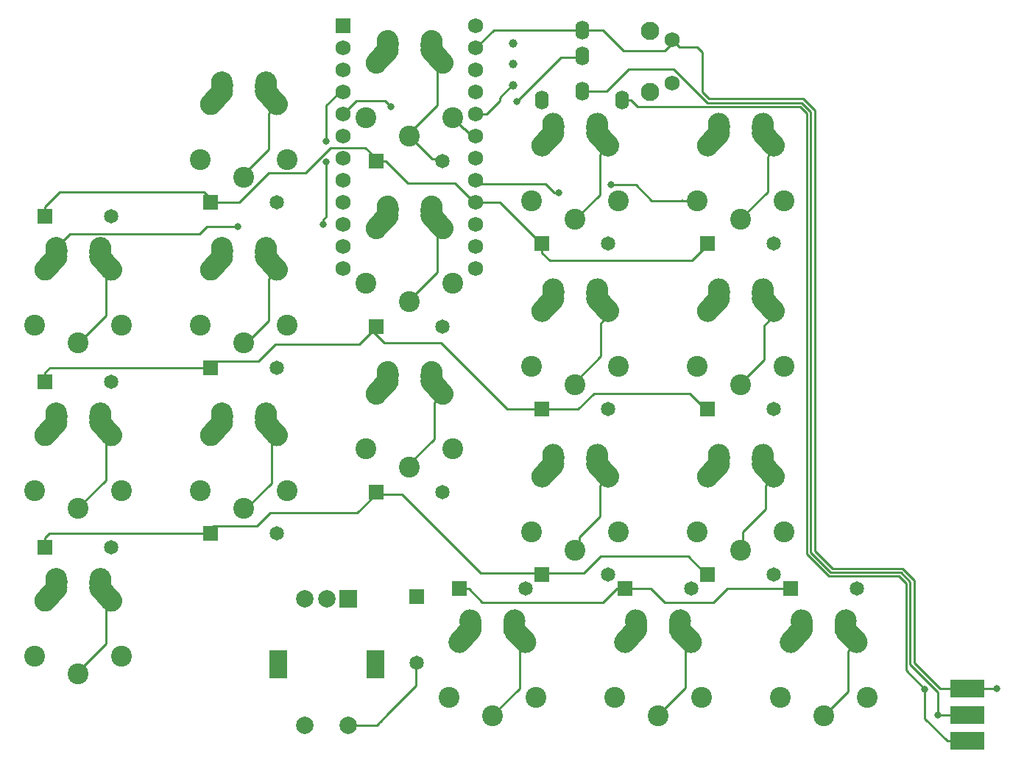
<source format=gtl>
G04 #@! TF.GenerationSoftware,KiCad,Pcbnew,(5.1.6)-1*
G04 #@! TF.CreationDate,2020-08-19T15:34:48-05:00*
G04 #@! TF.ProjectId,CurvedChoc,43757276-6564-4436-986f-632e6b696361,rev?*
G04 #@! TF.SameCoordinates,Original*
G04 #@! TF.FileFunction,Copper,L1,Top*
G04 #@! TF.FilePolarity,Positive*
%FSLAX46Y46*%
G04 Gerber Fmt 4.6, Leading zero omitted, Abs format (unit mm)*
G04 Created by KiCad (PCBNEW (5.1.6)-1) date 2020-08-19 15:34:48*
%MOMM*%
%LPD*%
G01*
G04 APERTURE LIST*
G04 #@! TA.AperFunction,SMDPad,CuDef*
%ADD10R,4.000000X2.000000*%
G04 #@! TD*
G04 #@! TA.AperFunction,ComponentPad*
%ADD11R,2.000000X2.000000*%
G04 #@! TD*
G04 #@! TA.AperFunction,ComponentPad*
%ADD12C,2.000000*%
G04 #@! TD*
G04 #@! TA.AperFunction,ComponentPad*
%ADD13R,2.000000X3.200000*%
G04 #@! TD*
G04 #@! TA.AperFunction,ComponentPad*
%ADD14C,1.000000*%
G04 #@! TD*
G04 #@! TA.AperFunction,ComponentPad*
%ADD15C,1.752600*%
G04 #@! TD*
G04 #@! TA.AperFunction,ComponentPad*
%ADD16R,1.752600X1.752600*%
G04 #@! TD*
G04 #@! TA.AperFunction,Conductor*
%ADD17C,2.400000*%
G04 #@! TD*
G04 #@! TA.AperFunction,ComponentPad*
%ADD18C,2.100000*%
G04 #@! TD*
G04 #@! TA.AperFunction,ComponentPad*
%ADD19C,1.750000*%
G04 #@! TD*
G04 #@! TA.AperFunction,ComponentPad*
%ADD20O,1.600000X2.200000*%
G04 #@! TD*
G04 #@! TA.AperFunction,ComponentPad*
%ADD21R,1.651000X1.651000*%
G04 #@! TD*
G04 #@! TA.AperFunction,ComponentPad*
%ADD22C,1.651000*%
G04 #@! TD*
G04 #@! TA.AperFunction,ViaPad*
%ADD23C,0.800000*%
G04 #@! TD*
G04 #@! TA.AperFunction,Conductor*
%ADD24C,0.250000*%
G04 #@! TD*
G04 APERTURE END LIST*
D10*
X176034623Y-97285550D03*
X176034623Y-103285550D03*
X176034623Y-100285550D03*
D11*
X104893750Y-86956250D03*
D12*
X102393750Y-86956250D03*
X99893750Y-86956250D03*
D13*
X107993750Y-94456250D03*
X96793750Y-94456250D03*
D12*
X104893750Y-101456250D03*
X99893750Y-101456250D03*
D14*
X123825000Y-27800000D03*
X123825000Y-25400000D03*
X123825000Y-23000000D03*
D15*
X119538750Y-20955000D03*
X104298750Y-48895000D03*
X119538750Y-23495000D03*
X119538750Y-26035000D03*
X119538750Y-28575000D03*
X119538750Y-31115000D03*
X119538750Y-33655000D03*
X119538750Y-36195000D03*
X119538750Y-38735000D03*
X119538750Y-41275000D03*
X119538750Y-43815000D03*
X119538750Y-46355000D03*
X119538750Y-48895000D03*
X104298750Y-46355000D03*
X104298750Y-43815000D03*
X104298750Y-41275000D03*
X104298750Y-38735000D03*
X104298750Y-36195000D03*
X104298750Y-33655000D03*
X104298750Y-31115000D03*
X104298750Y-28575000D03*
X104298750Y-26035000D03*
X104298750Y-23495000D03*
D16*
X104298750Y-20955000D03*
D17*
X154543750Y-98256250D03*
X159543750Y-100356250D03*
X164543750Y-98256250D03*
D12*
X164543750Y-98256250D03*
X159543750Y-100356250D03*
X154543750Y-98256250D03*
G04 #@! TA.AperFunction,Conductor*
G36*
G01*
X160796873Y-89871247D02*
X160836416Y-89291215D01*
G75*
G02*
X162168540Y-88129129I1247105J-85019D01*
G01*
X162168540Y-88129129D01*
G75*
G02*
X163330626Y-89461253I-85019J-1247105D01*
G01*
X163291084Y-90041285D01*
G75*
G02*
X161958960Y-91203371I-1247105J85019D01*
G01*
X161958960Y-91203371D01*
G75*
G02*
X160796874Y-89871247I85019J1247105D01*
G01*
G37*
G04 #@! TD.AperFunction*
X162083750Y-89376250D03*
X157043750Y-90456250D03*
X162043750Y-89956250D03*
X155733750Y-91916250D03*
X163353750Y-91916250D03*
G04 #@! TA.AperFunction,Conductor*
G36*
G01*
X155796416Y-90041285D02*
X155756874Y-89461253D01*
G75*
G02*
X156918960Y-88129129I1247105J85019D01*
G01*
X156918960Y-88129129D01*
G75*
G02*
X158251084Y-89291215I85019J-1247105D01*
G01*
X158290626Y-89871247D01*
G75*
G02*
X157128540Y-91203371I-1247105J-85019D01*
G01*
X157128540Y-91203371D01*
G75*
G02*
X155796416Y-90041285I-85019J1247105D01*
G01*
G37*
G04 #@! TD.AperFunction*
X157003750Y-89376250D03*
X162043750Y-90456250D03*
G04 #@! TA.AperFunction,Conductor*
G36*
G01*
X157974135Y-91291036D02*
X156664144Y-92751045D01*
G75*
G02*
X154898964Y-92846643I-930389J834791D01*
G01*
X154898964Y-92846643D01*
G75*
G02*
X154803366Y-91081463I834791J930389D01*
G01*
X156113356Y-89621455D01*
G75*
G02*
X157878536Y-89525857I930389J-834791D01*
G01*
X157878536Y-89525857D01*
G75*
G02*
X157974134Y-91291037I-834791J-930389D01*
G01*
G37*
G04 #@! TD.AperFunction*
X157043750Y-89956250D03*
G04 #@! TA.AperFunction,Conductor*
G36*
G01*
X162974144Y-89621455D02*
X164284134Y-91081463D01*
G75*
G02*
X164188536Y-92846643I-930389J-834791D01*
G01*
X164188536Y-92846643D01*
G75*
G02*
X162423356Y-92751045I-834791J930389D01*
G01*
X161113366Y-91291037D01*
G75*
G02*
X161208964Y-89525857I930389J834791D01*
G01*
X161208964Y-89525857D01*
G75*
G02*
X162974144Y-89621455I834791J-930389D01*
G01*
G37*
G04 #@! TD.AperFunction*
D17*
X135493750Y-98256250D03*
X140493750Y-100356250D03*
X145493750Y-98256250D03*
D12*
X145493750Y-98256250D03*
X140493750Y-100356250D03*
X135493750Y-98256250D03*
G04 #@! TA.AperFunction,Conductor*
G36*
G01*
X141746873Y-89871247D02*
X141786416Y-89291215D01*
G75*
G02*
X143118540Y-88129129I1247105J-85019D01*
G01*
X143118540Y-88129129D01*
G75*
G02*
X144280626Y-89461253I-85019J-1247105D01*
G01*
X144241084Y-90041285D01*
G75*
G02*
X142908960Y-91203371I-1247105J85019D01*
G01*
X142908960Y-91203371D01*
G75*
G02*
X141746874Y-89871247I85019J1247105D01*
G01*
G37*
G04 #@! TD.AperFunction*
X143033750Y-89376250D03*
X137993750Y-90456250D03*
X142993750Y-89956250D03*
X136683750Y-91916250D03*
X144303750Y-91916250D03*
G04 #@! TA.AperFunction,Conductor*
G36*
G01*
X136746416Y-90041285D02*
X136706874Y-89461253D01*
G75*
G02*
X137868960Y-88129129I1247105J85019D01*
G01*
X137868960Y-88129129D01*
G75*
G02*
X139201084Y-89291215I85019J-1247105D01*
G01*
X139240626Y-89871247D01*
G75*
G02*
X138078540Y-91203371I-1247105J-85019D01*
G01*
X138078540Y-91203371D01*
G75*
G02*
X136746416Y-90041285I-85019J1247105D01*
G01*
G37*
G04 #@! TD.AperFunction*
X137953750Y-89376250D03*
X142993750Y-90456250D03*
G04 #@! TA.AperFunction,Conductor*
G36*
G01*
X138924135Y-91291036D02*
X137614144Y-92751045D01*
G75*
G02*
X135848964Y-92846643I-930389J834791D01*
G01*
X135848964Y-92846643D01*
G75*
G02*
X135753366Y-91081463I834791J930389D01*
G01*
X137063356Y-89621455D01*
G75*
G02*
X138828536Y-89525857I930389J-834791D01*
G01*
X138828536Y-89525857D01*
G75*
G02*
X138924134Y-91291037I-834791J-930389D01*
G01*
G37*
G04 #@! TD.AperFunction*
X137993750Y-89956250D03*
G04 #@! TA.AperFunction,Conductor*
G36*
G01*
X143924144Y-89621455D02*
X145234134Y-91081463D01*
G75*
G02*
X145138536Y-92846643I-930389J-834791D01*
G01*
X145138536Y-92846643D01*
G75*
G02*
X143373356Y-92751045I-834791J930389D01*
G01*
X142063366Y-91291037D01*
G75*
G02*
X142158964Y-89525857I930389J834791D01*
G01*
X142158964Y-89525857D01*
G75*
G02*
X143924144Y-89621455I834791J-930389D01*
G01*
G37*
G04 #@! TD.AperFunction*
D17*
X116443750Y-98256250D03*
X121443750Y-100356250D03*
X126443750Y-98256250D03*
D12*
X126443750Y-98256250D03*
X121443750Y-100356250D03*
X116443750Y-98256250D03*
G04 #@! TA.AperFunction,Conductor*
G36*
G01*
X122696873Y-89871247D02*
X122736416Y-89291215D01*
G75*
G02*
X124068540Y-88129129I1247105J-85019D01*
G01*
X124068540Y-88129129D01*
G75*
G02*
X125230626Y-89461253I-85019J-1247105D01*
G01*
X125191084Y-90041285D01*
G75*
G02*
X123858960Y-91203371I-1247105J85019D01*
G01*
X123858960Y-91203371D01*
G75*
G02*
X122696874Y-89871247I85019J1247105D01*
G01*
G37*
G04 #@! TD.AperFunction*
X123983750Y-89376250D03*
X118943750Y-90456250D03*
X123943750Y-89956250D03*
X117633750Y-91916250D03*
X125253750Y-91916250D03*
G04 #@! TA.AperFunction,Conductor*
G36*
G01*
X117696416Y-90041285D02*
X117656874Y-89461253D01*
G75*
G02*
X118818960Y-88129129I1247105J85019D01*
G01*
X118818960Y-88129129D01*
G75*
G02*
X120151084Y-89291215I85019J-1247105D01*
G01*
X120190626Y-89871247D01*
G75*
G02*
X119028540Y-91203371I-1247105J-85019D01*
G01*
X119028540Y-91203371D01*
G75*
G02*
X117696416Y-90041285I-85019J1247105D01*
G01*
G37*
G04 #@! TD.AperFunction*
X118903750Y-89376250D03*
X123943750Y-90456250D03*
G04 #@! TA.AperFunction,Conductor*
G36*
G01*
X119874135Y-91291036D02*
X118564144Y-92751045D01*
G75*
G02*
X116798964Y-92846643I-930389J834791D01*
G01*
X116798964Y-92846643D01*
G75*
G02*
X116703366Y-91081463I834791J930389D01*
G01*
X118013356Y-89621455D01*
G75*
G02*
X119778536Y-89525857I930389J-834791D01*
G01*
X119778536Y-89525857D01*
G75*
G02*
X119874134Y-91291037I-834791J-930389D01*
G01*
G37*
G04 #@! TD.AperFunction*
X118943750Y-89956250D03*
G04 #@! TA.AperFunction,Conductor*
G36*
G01*
X124874144Y-89621455D02*
X126184134Y-91081463D01*
G75*
G02*
X126088536Y-92846643I-930389J-834791D01*
G01*
X126088536Y-92846643D01*
G75*
G02*
X124323356Y-92751045I-834791J930389D01*
G01*
X123013366Y-91291037D01*
G75*
G02*
X123108964Y-89525857I930389J834791D01*
G01*
X123108964Y-89525857D01*
G75*
G02*
X124874144Y-89621455I834791J-930389D01*
G01*
G37*
G04 #@! TD.AperFunction*
D17*
X145018750Y-79206250D03*
X150018750Y-81306250D03*
X155018750Y-79206250D03*
D12*
X155018750Y-79206250D03*
X150018750Y-81306250D03*
X145018750Y-79206250D03*
G04 #@! TA.AperFunction,Conductor*
G36*
G01*
X151271873Y-70821247D02*
X151311416Y-70241215D01*
G75*
G02*
X152643540Y-69079129I1247105J-85019D01*
G01*
X152643540Y-69079129D01*
G75*
G02*
X153805626Y-70411253I-85019J-1247105D01*
G01*
X153766084Y-70991285D01*
G75*
G02*
X152433960Y-72153371I-1247105J85019D01*
G01*
X152433960Y-72153371D01*
G75*
G02*
X151271874Y-70821247I85019J1247105D01*
G01*
G37*
G04 #@! TD.AperFunction*
X152558750Y-70326250D03*
X147518750Y-71406250D03*
X152518750Y-70906250D03*
X146208750Y-72866250D03*
X153828750Y-72866250D03*
G04 #@! TA.AperFunction,Conductor*
G36*
G01*
X146271416Y-70991285D02*
X146231874Y-70411253D01*
G75*
G02*
X147393960Y-69079129I1247105J85019D01*
G01*
X147393960Y-69079129D01*
G75*
G02*
X148726084Y-70241215I85019J-1247105D01*
G01*
X148765626Y-70821247D01*
G75*
G02*
X147603540Y-72153371I-1247105J-85019D01*
G01*
X147603540Y-72153371D01*
G75*
G02*
X146271416Y-70991285I-85019J1247105D01*
G01*
G37*
G04 #@! TD.AperFunction*
X147478750Y-70326250D03*
X152518750Y-71406250D03*
G04 #@! TA.AperFunction,Conductor*
G36*
G01*
X148449135Y-72241036D02*
X147139144Y-73701045D01*
G75*
G02*
X145373964Y-73796643I-930389J834791D01*
G01*
X145373964Y-73796643D01*
G75*
G02*
X145278366Y-72031463I834791J930389D01*
G01*
X146588356Y-70571455D01*
G75*
G02*
X148353536Y-70475857I930389J-834791D01*
G01*
X148353536Y-70475857D01*
G75*
G02*
X148449134Y-72241037I-834791J-930389D01*
G01*
G37*
G04 #@! TD.AperFunction*
X147518750Y-70906250D03*
G04 #@! TA.AperFunction,Conductor*
G36*
G01*
X153449144Y-70571455D02*
X154759134Y-72031463D01*
G75*
G02*
X154663536Y-73796643I-930389J-834791D01*
G01*
X154663536Y-73796643D01*
G75*
G02*
X152898356Y-73701045I-834791J930389D01*
G01*
X151588366Y-72241037D01*
G75*
G02*
X151683964Y-70475857I930389J834791D01*
G01*
X151683964Y-70475857D01*
G75*
G02*
X153449144Y-70571455I834791J-930389D01*
G01*
G37*
G04 #@! TD.AperFunction*
D17*
X125968750Y-79206250D03*
X130968750Y-81306250D03*
X135968750Y-79206250D03*
D12*
X135968750Y-79206250D03*
X130968750Y-81306250D03*
X125968750Y-79206250D03*
G04 #@! TA.AperFunction,Conductor*
G36*
G01*
X132221873Y-70821247D02*
X132261416Y-70241215D01*
G75*
G02*
X133593540Y-69079129I1247105J-85019D01*
G01*
X133593540Y-69079129D01*
G75*
G02*
X134755626Y-70411253I-85019J-1247105D01*
G01*
X134716084Y-70991285D01*
G75*
G02*
X133383960Y-72153371I-1247105J85019D01*
G01*
X133383960Y-72153371D01*
G75*
G02*
X132221874Y-70821247I85019J1247105D01*
G01*
G37*
G04 #@! TD.AperFunction*
X133508750Y-70326250D03*
X128468750Y-71406250D03*
X133468750Y-70906250D03*
X127158750Y-72866250D03*
X134778750Y-72866250D03*
G04 #@! TA.AperFunction,Conductor*
G36*
G01*
X127221416Y-70991285D02*
X127181874Y-70411253D01*
G75*
G02*
X128343960Y-69079129I1247105J85019D01*
G01*
X128343960Y-69079129D01*
G75*
G02*
X129676084Y-70241215I85019J-1247105D01*
G01*
X129715626Y-70821247D01*
G75*
G02*
X128553540Y-72153371I-1247105J-85019D01*
G01*
X128553540Y-72153371D01*
G75*
G02*
X127221416Y-70991285I-85019J1247105D01*
G01*
G37*
G04 #@! TD.AperFunction*
X128428750Y-70326250D03*
X133468750Y-71406250D03*
G04 #@! TA.AperFunction,Conductor*
G36*
G01*
X129399135Y-72241036D02*
X128089144Y-73701045D01*
G75*
G02*
X126323964Y-73796643I-930389J834791D01*
G01*
X126323964Y-73796643D01*
G75*
G02*
X126228366Y-72031463I834791J930389D01*
G01*
X127538356Y-70571455D01*
G75*
G02*
X129303536Y-70475857I930389J-834791D01*
G01*
X129303536Y-70475857D01*
G75*
G02*
X129399134Y-72241037I-834791J-930389D01*
G01*
G37*
G04 #@! TD.AperFunction*
X128468750Y-70906250D03*
G04 #@! TA.AperFunction,Conductor*
G36*
G01*
X134399144Y-70571455D02*
X135709134Y-72031463D01*
G75*
G02*
X135613536Y-73796643I-930389J-834791D01*
G01*
X135613536Y-73796643D01*
G75*
G02*
X133848356Y-73701045I-834791J930389D01*
G01*
X132538366Y-72241037D01*
G75*
G02*
X132633964Y-70475857I930389J834791D01*
G01*
X132633964Y-70475857D01*
G75*
G02*
X134399144Y-70571455I834791J-930389D01*
G01*
G37*
G04 #@! TD.AperFunction*
D17*
X106918750Y-69681250D03*
X111918750Y-71781250D03*
X116918750Y-69681250D03*
D12*
X116918750Y-69681250D03*
X111918750Y-71781250D03*
X106918750Y-69681250D03*
G04 #@! TA.AperFunction,Conductor*
G36*
G01*
X113171873Y-61296247D02*
X113211416Y-60716215D01*
G75*
G02*
X114543540Y-59554129I1247105J-85019D01*
G01*
X114543540Y-59554129D01*
G75*
G02*
X115705626Y-60886253I-85019J-1247105D01*
G01*
X115666084Y-61466285D01*
G75*
G02*
X114333960Y-62628371I-1247105J85019D01*
G01*
X114333960Y-62628371D01*
G75*
G02*
X113171874Y-61296247I85019J1247105D01*
G01*
G37*
G04 #@! TD.AperFunction*
X114458750Y-60801250D03*
X109418750Y-61881250D03*
X114418750Y-61381250D03*
X108108750Y-63341250D03*
X115728750Y-63341250D03*
G04 #@! TA.AperFunction,Conductor*
G36*
G01*
X108171416Y-61466285D02*
X108131874Y-60886253D01*
G75*
G02*
X109293960Y-59554129I1247105J85019D01*
G01*
X109293960Y-59554129D01*
G75*
G02*
X110626084Y-60716215I85019J-1247105D01*
G01*
X110665626Y-61296247D01*
G75*
G02*
X109503540Y-62628371I-1247105J-85019D01*
G01*
X109503540Y-62628371D01*
G75*
G02*
X108171416Y-61466285I-85019J1247105D01*
G01*
G37*
G04 #@! TD.AperFunction*
X109378750Y-60801250D03*
X114418750Y-61881250D03*
G04 #@! TA.AperFunction,Conductor*
G36*
G01*
X110349135Y-62716036D02*
X109039144Y-64176045D01*
G75*
G02*
X107273964Y-64271643I-930389J834791D01*
G01*
X107273964Y-64271643D01*
G75*
G02*
X107178366Y-62506463I834791J930389D01*
G01*
X108488356Y-61046455D01*
G75*
G02*
X110253536Y-60950857I930389J-834791D01*
G01*
X110253536Y-60950857D01*
G75*
G02*
X110349134Y-62716037I-834791J-930389D01*
G01*
G37*
G04 #@! TD.AperFunction*
X109418750Y-61381250D03*
G04 #@! TA.AperFunction,Conductor*
G36*
G01*
X115349144Y-61046455D02*
X116659134Y-62506463D01*
G75*
G02*
X116563536Y-64271643I-930389J-834791D01*
G01*
X116563536Y-64271643D01*
G75*
G02*
X114798356Y-64176045I-834791J930389D01*
G01*
X113488366Y-62716037D01*
G75*
G02*
X113583964Y-60950857I930389J834791D01*
G01*
X113583964Y-60950857D01*
G75*
G02*
X115349144Y-61046455I834791J-930389D01*
G01*
G37*
G04 #@! TD.AperFunction*
D17*
X87868750Y-74443750D03*
X92868750Y-76543750D03*
X97868750Y-74443750D03*
D12*
X97868750Y-74443750D03*
X92868750Y-76543750D03*
X87868750Y-74443750D03*
G04 #@! TA.AperFunction,Conductor*
G36*
G01*
X94121873Y-66058747D02*
X94161416Y-65478715D01*
G75*
G02*
X95493540Y-64316629I1247105J-85019D01*
G01*
X95493540Y-64316629D01*
G75*
G02*
X96655626Y-65648753I-85019J-1247105D01*
G01*
X96616084Y-66228785D01*
G75*
G02*
X95283960Y-67390871I-1247105J85019D01*
G01*
X95283960Y-67390871D01*
G75*
G02*
X94121874Y-66058747I85019J1247105D01*
G01*
G37*
G04 #@! TD.AperFunction*
X95408750Y-65563750D03*
X90368750Y-66643750D03*
X95368750Y-66143750D03*
X89058750Y-68103750D03*
X96678750Y-68103750D03*
G04 #@! TA.AperFunction,Conductor*
G36*
G01*
X89121416Y-66228785D02*
X89081874Y-65648753D01*
G75*
G02*
X90243960Y-64316629I1247105J85019D01*
G01*
X90243960Y-64316629D01*
G75*
G02*
X91576084Y-65478715I85019J-1247105D01*
G01*
X91615626Y-66058747D01*
G75*
G02*
X90453540Y-67390871I-1247105J-85019D01*
G01*
X90453540Y-67390871D01*
G75*
G02*
X89121416Y-66228785I-85019J1247105D01*
G01*
G37*
G04 #@! TD.AperFunction*
X90328750Y-65563750D03*
X95368750Y-66643750D03*
G04 #@! TA.AperFunction,Conductor*
G36*
G01*
X91299135Y-67478536D02*
X89989144Y-68938545D01*
G75*
G02*
X88223964Y-69034143I-930389J834791D01*
G01*
X88223964Y-69034143D01*
G75*
G02*
X88128366Y-67268963I834791J930389D01*
G01*
X89438356Y-65808955D01*
G75*
G02*
X91203536Y-65713357I930389J-834791D01*
G01*
X91203536Y-65713357D01*
G75*
G02*
X91299134Y-67478537I-834791J-930389D01*
G01*
G37*
G04 #@! TD.AperFunction*
X90368750Y-66143750D03*
G04 #@! TA.AperFunction,Conductor*
G36*
G01*
X96299144Y-65808955D02*
X97609134Y-67268963D01*
G75*
G02*
X97513536Y-69034143I-930389J-834791D01*
G01*
X97513536Y-69034143D01*
G75*
G02*
X95748356Y-68938545I-834791J930389D01*
G01*
X94438366Y-67478537D01*
G75*
G02*
X94533964Y-65713357I930389J834791D01*
G01*
X94533964Y-65713357D01*
G75*
G02*
X96299144Y-65808955I834791J-930389D01*
G01*
G37*
G04 #@! TD.AperFunction*
D17*
X68818750Y-93493750D03*
X73818750Y-95593750D03*
X78818750Y-93493750D03*
D12*
X78818750Y-93493750D03*
X73818750Y-95593750D03*
X68818750Y-93493750D03*
G04 #@! TA.AperFunction,Conductor*
G36*
G01*
X75071873Y-85108747D02*
X75111416Y-84528715D01*
G75*
G02*
X76443540Y-83366629I1247105J-85019D01*
G01*
X76443540Y-83366629D01*
G75*
G02*
X77605626Y-84698753I-85019J-1247105D01*
G01*
X77566084Y-85278785D01*
G75*
G02*
X76233960Y-86440871I-1247105J85019D01*
G01*
X76233960Y-86440871D01*
G75*
G02*
X75071874Y-85108747I85019J1247105D01*
G01*
G37*
G04 #@! TD.AperFunction*
X76358750Y-84613750D03*
X71318750Y-85693750D03*
X76318750Y-85193750D03*
X70008750Y-87153750D03*
X77628750Y-87153750D03*
G04 #@! TA.AperFunction,Conductor*
G36*
G01*
X70071416Y-85278785D02*
X70031874Y-84698753D01*
G75*
G02*
X71193960Y-83366629I1247105J85019D01*
G01*
X71193960Y-83366629D01*
G75*
G02*
X72526084Y-84528715I85019J-1247105D01*
G01*
X72565626Y-85108747D01*
G75*
G02*
X71403540Y-86440871I-1247105J-85019D01*
G01*
X71403540Y-86440871D01*
G75*
G02*
X70071416Y-85278785I-85019J1247105D01*
G01*
G37*
G04 #@! TD.AperFunction*
X71278750Y-84613750D03*
X76318750Y-85693750D03*
G04 #@! TA.AperFunction,Conductor*
G36*
G01*
X72249135Y-86528536D02*
X70939144Y-87988545D01*
G75*
G02*
X69173964Y-88084143I-930389J834791D01*
G01*
X69173964Y-88084143D01*
G75*
G02*
X69078366Y-86318963I834791J930389D01*
G01*
X70388356Y-84858955D01*
G75*
G02*
X72153536Y-84763357I930389J-834791D01*
G01*
X72153536Y-84763357D01*
G75*
G02*
X72249134Y-86528537I-834791J-930389D01*
G01*
G37*
G04 #@! TD.AperFunction*
X71318750Y-85193750D03*
G04 #@! TA.AperFunction,Conductor*
G36*
G01*
X77249144Y-84858955D02*
X78559134Y-86318963D01*
G75*
G02*
X78463536Y-88084143I-930389J-834791D01*
G01*
X78463536Y-88084143D01*
G75*
G02*
X76698356Y-87988545I-834791J930389D01*
G01*
X75388366Y-86528537D01*
G75*
G02*
X75483964Y-84763357I930389J834791D01*
G01*
X75483964Y-84763357D01*
G75*
G02*
X77249144Y-84858955I834791J-930389D01*
G01*
G37*
G04 #@! TD.AperFunction*
D17*
X145018750Y-60156250D03*
X150018750Y-62256250D03*
X155018750Y-60156250D03*
D12*
X155018750Y-60156250D03*
X150018750Y-62256250D03*
X145018750Y-60156250D03*
G04 #@! TA.AperFunction,Conductor*
G36*
G01*
X151271873Y-51771247D02*
X151311416Y-51191215D01*
G75*
G02*
X152643540Y-50029129I1247105J-85019D01*
G01*
X152643540Y-50029129D01*
G75*
G02*
X153805626Y-51361253I-85019J-1247105D01*
G01*
X153766084Y-51941285D01*
G75*
G02*
X152433960Y-53103371I-1247105J85019D01*
G01*
X152433960Y-53103371D01*
G75*
G02*
X151271874Y-51771247I85019J1247105D01*
G01*
G37*
G04 #@! TD.AperFunction*
X152558750Y-51276250D03*
X147518750Y-52356250D03*
X152518750Y-51856250D03*
X146208750Y-53816250D03*
X153828750Y-53816250D03*
G04 #@! TA.AperFunction,Conductor*
G36*
G01*
X146271416Y-51941285D02*
X146231874Y-51361253D01*
G75*
G02*
X147393960Y-50029129I1247105J85019D01*
G01*
X147393960Y-50029129D01*
G75*
G02*
X148726084Y-51191215I85019J-1247105D01*
G01*
X148765626Y-51771247D01*
G75*
G02*
X147603540Y-53103371I-1247105J-85019D01*
G01*
X147603540Y-53103371D01*
G75*
G02*
X146271416Y-51941285I-85019J1247105D01*
G01*
G37*
G04 #@! TD.AperFunction*
X147478750Y-51276250D03*
X152518750Y-52356250D03*
G04 #@! TA.AperFunction,Conductor*
G36*
G01*
X148449135Y-53191036D02*
X147139144Y-54651045D01*
G75*
G02*
X145373964Y-54746643I-930389J834791D01*
G01*
X145373964Y-54746643D01*
G75*
G02*
X145278366Y-52981463I834791J930389D01*
G01*
X146588356Y-51521455D01*
G75*
G02*
X148353536Y-51425857I930389J-834791D01*
G01*
X148353536Y-51425857D01*
G75*
G02*
X148449134Y-53191037I-834791J-930389D01*
G01*
G37*
G04 #@! TD.AperFunction*
X147518750Y-51856250D03*
G04 #@! TA.AperFunction,Conductor*
G36*
G01*
X153449144Y-51521455D02*
X154759134Y-52981463D01*
G75*
G02*
X154663536Y-54746643I-930389J-834791D01*
G01*
X154663536Y-54746643D01*
G75*
G02*
X152898356Y-54651045I-834791J930389D01*
G01*
X151588366Y-53191037D01*
G75*
G02*
X151683964Y-51425857I930389J834791D01*
G01*
X151683964Y-51425857D01*
G75*
G02*
X153449144Y-51521455I834791J-930389D01*
G01*
G37*
G04 #@! TD.AperFunction*
D17*
X125968750Y-60156250D03*
X130968750Y-62256250D03*
X135968750Y-60156250D03*
D12*
X135968750Y-60156250D03*
X130968750Y-62256250D03*
X125968750Y-60156250D03*
G04 #@! TA.AperFunction,Conductor*
G36*
G01*
X132221873Y-51771247D02*
X132261416Y-51191215D01*
G75*
G02*
X133593540Y-50029129I1247105J-85019D01*
G01*
X133593540Y-50029129D01*
G75*
G02*
X134755626Y-51361253I-85019J-1247105D01*
G01*
X134716084Y-51941285D01*
G75*
G02*
X133383960Y-53103371I-1247105J85019D01*
G01*
X133383960Y-53103371D01*
G75*
G02*
X132221874Y-51771247I85019J1247105D01*
G01*
G37*
G04 #@! TD.AperFunction*
X133508750Y-51276250D03*
X128468750Y-52356250D03*
X133468750Y-51856250D03*
X127158750Y-53816250D03*
X134778750Y-53816250D03*
G04 #@! TA.AperFunction,Conductor*
G36*
G01*
X127221416Y-51941285D02*
X127181874Y-51361253D01*
G75*
G02*
X128343960Y-50029129I1247105J85019D01*
G01*
X128343960Y-50029129D01*
G75*
G02*
X129676084Y-51191215I85019J-1247105D01*
G01*
X129715626Y-51771247D01*
G75*
G02*
X128553540Y-53103371I-1247105J-85019D01*
G01*
X128553540Y-53103371D01*
G75*
G02*
X127221416Y-51941285I-85019J1247105D01*
G01*
G37*
G04 #@! TD.AperFunction*
X128428750Y-51276250D03*
X133468750Y-52356250D03*
G04 #@! TA.AperFunction,Conductor*
G36*
G01*
X129399135Y-53191036D02*
X128089144Y-54651045D01*
G75*
G02*
X126323964Y-54746643I-930389J834791D01*
G01*
X126323964Y-54746643D01*
G75*
G02*
X126228366Y-52981463I834791J930389D01*
G01*
X127538356Y-51521455D01*
G75*
G02*
X129303536Y-51425857I930389J-834791D01*
G01*
X129303536Y-51425857D01*
G75*
G02*
X129399134Y-53191037I-834791J-930389D01*
G01*
G37*
G04 #@! TD.AperFunction*
X128468750Y-51856250D03*
G04 #@! TA.AperFunction,Conductor*
G36*
G01*
X134399144Y-51521455D02*
X135709134Y-52981463D01*
G75*
G02*
X135613536Y-54746643I-930389J-834791D01*
G01*
X135613536Y-54746643D01*
G75*
G02*
X133848356Y-54651045I-834791J930389D01*
G01*
X132538366Y-53191037D01*
G75*
G02*
X132633964Y-51425857I930389J834791D01*
G01*
X132633964Y-51425857D01*
G75*
G02*
X134399144Y-51521455I834791J-930389D01*
G01*
G37*
G04 #@! TD.AperFunction*
D17*
X106918750Y-50631250D03*
X111918750Y-52731250D03*
X116918750Y-50631250D03*
D12*
X116918750Y-50631250D03*
X111918750Y-52731250D03*
X106918750Y-50631250D03*
G04 #@! TA.AperFunction,Conductor*
G36*
G01*
X113171873Y-42246247D02*
X113211416Y-41666215D01*
G75*
G02*
X114543540Y-40504129I1247105J-85019D01*
G01*
X114543540Y-40504129D01*
G75*
G02*
X115705626Y-41836253I-85019J-1247105D01*
G01*
X115666084Y-42416285D01*
G75*
G02*
X114333960Y-43578371I-1247105J85019D01*
G01*
X114333960Y-43578371D01*
G75*
G02*
X113171874Y-42246247I85019J1247105D01*
G01*
G37*
G04 #@! TD.AperFunction*
X114458750Y-41751250D03*
X109418750Y-42831250D03*
X114418750Y-42331250D03*
X108108750Y-44291250D03*
X115728750Y-44291250D03*
G04 #@! TA.AperFunction,Conductor*
G36*
G01*
X108171416Y-42416285D02*
X108131874Y-41836253D01*
G75*
G02*
X109293960Y-40504129I1247105J85019D01*
G01*
X109293960Y-40504129D01*
G75*
G02*
X110626084Y-41666215I85019J-1247105D01*
G01*
X110665626Y-42246247D01*
G75*
G02*
X109503540Y-43578371I-1247105J-85019D01*
G01*
X109503540Y-43578371D01*
G75*
G02*
X108171416Y-42416285I-85019J1247105D01*
G01*
G37*
G04 #@! TD.AperFunction*
X109378750Y-41751250D03*
X114418750Y-42831250D03*
G04 #@! TA.AperFunction,Conductor*
G36*
G01*
X110349135Y-43666036D02*
X109039144Y-45126045D01*
G75*
G02*
X107273964Y-45221643I-930389J834791D01*
G01*
X107273964Y-45221643D01*
G75*
G02*
X107178366Y-43456463I834791J930389D01*
G01*
X108488356Y-41996455D01*
G75*
G02*
X110253536Y-41900857I930389J-834791D01*
G01*
X110253536Y-41900857D01*
G75*
G02*
X110349134Y-43666037I-834791J-930389D01*
G01*
G37*
G04 #@! TD.AperFunction*
X109418750Y-42331250D03*
G04 #@! TA.AperFunction,Conductor*
G36*
G01*
X115349144Y-41996455D02*
X116659134Y-43456463D01*
G75*
G02*
X116563536Y-45221643I-930389J-834791D01*
G01*
X116563536Y-45221643D01*
G75*
G02*
X114798356Y-45126045I-834791J930389D01*
G01*
X113488366Y-43666037D01*
G75*
G02*
X113583964Y-41900857I930389J834791D01*
G01*
X113583964Y-41900857D01*
G75*
G02*
X115349144Y-41996455I834791J-930389D01*
G01*
G37*
G04 #@! TD.AperFunction*
D17*
X87868750Y-55393750D03*
X92868750Y-57493750D03*
X97868750Y-55393750D03*
D12*
X97868750Y-55393750D03*
X92868750Y-57493750D03*
X87868750Y-55393750D03*
G04 #@! TA.AperFunction,Conductor*
G36*
G01*
X94121873Y-47008747D02*
X94161416Y-46428715D01*
G75*
G02*
X95493540Y-45266629I1247105J-85019D01*
G01*
X95493540Y-45266629D01*
G75*
G02*
X96655626Y-46598753I-85019J-1247105D01*
G01*
X96616084Y-47178785D01*
G75*
G02*
X95283960Y-48340871I-1247105J85019D01*
G01*
X95283960Y-48340871D01*
G75*
G02*
X94121874Y-47008747I85019J1247105D01*
G01*
G37*
G04 #@! TD.AperFunction*
X95408750Y-46513750D03*
X90368750Y-47593750D03*
X95368750Y-47093750D03*
X89058750Y-49053750D03*
X96678750Y-49053750D03*
G04 #@! TA.AperFunction,Conductor*
G36*
G01*
X89121416Y-47178785D02*
X89081874Y-46598753D01*
G75*
G02*
X90243960Y-45266629I1247105J85019D01*
G01*
X90243960Y-45266629D01*
G75*
G02*
X91576084Y-46428715I85019J-1247105D01*
G01*
X91615626Y-47008747D01*
G75*
G02*
X90453540Y-48340871I-1247105J-85019D01*
G01*
X90453540Y-48340871D01*
G75*
G02*
X89121416Y-47178785I-85019J1247105D01*
G01*
G37*
G04 #@! TD.AperFunction*
X90328750Y-46513750D03*
X95368750Y-47593750D03*
G04 #@! TA.AperFunction,Conductor*
G36*
G01*
X91299135Y-48428536D02*
X89989144Y-49888545D01*
G75*
G02*
X88223964Y-49984143I-930389J834791D01*
G01*
X88223964Y-49984143D01*
G75*
G02*
X88128366Y-48218963I834791J930389D01*
G01*
X89438356Y-46758955D01*
G75*
G02*
X91203536Y-46663357I930389J-834791D01*
G01*
X91203536Y-46663357D01*
G75*
G02*
X91299134Y-48428537I-834791J-930389D01*
G01*
G37*
G04 #@! TD.AperFunction*
X90368750Y-47093750D03*
G04 #@! TA.AperFunction,Conductor*
G36*
G01*
X96299144Y-46758955D02*
X97609134Y-48218963D01*
G75*
G02*
X97513536Y-49984143I-930389J-834791D01*
G01*
X97513536Y-49984143D01*
G75*
G02*
X95748356Y-49888545I-834791J930389D01*
G01*
X94438366Y-48428537D01*
G75*
G02*
X94533964Y-46663357I930389J834791D01*
G01*
X94533964Y-46663357D01*
G75*
G02*
X96299144Y-46758955I834791J-930389D01*
G01*
G37*
G04 #@! TD.AperFunction*
D17*
X68818750Y-74443750D03*
X73818750Y-76543750D03*
X78818750Y-74443750D03*
D12*
X78818750Y-74443750D03*
X73818750Y-76543750D03*
X68818750Y-74443750D03*
G04 #@! TA.AperFunction,Conductor*
G36*
G01*
X75071873Y-66058747D02*
X75111416Y-65478715D01*
G75*
G02*
X76443540Y-64316629I1247105J-85019D01*
G01*
X76443540Y-64316629D01*
G75*
G02*
X77605626Y-65648753I-85019J-1247105D01*
G01*
X77566084Y-66228785D01*
G75*
G02*
X76233960Y-67390871I-1247105J85019D01*
G01*
X76233960Y-67390871D01*
G75*
G02*
X75071874Y-66058747I85019J1247105D01*
G01*
G37*
G04 #@! TD.AperFunction*
X76358750Y-65563750D03*
X71318750Y-66643750D03*
X76318750Y-66143750D03*
X70008750Y-68103750D03*
X77628750Y-68103750D03*
G04 #@! TA.AperFunction,Conductor*
G36*
G01*
X70071416Y-66228785D02*
X70031874Y-65648753D01*
G75*
G02*
X71193960Y-64316629I1247105J85019D01*
G01*
X71193960Y-64316629D01*
G75*
G02*
X72526084Y-65478715I85019J-1247105D01*
G01*
X72565626Y-66058747D01*
G75*
G02*
X71403540Y-67390871I-1247105J-85019D01*
G01*
X71403540Y-67390871D01*
G75*
G02*
X70071416Y-66228785I-85019J1247105D01*
G01*
G37*
G04 #@! TD.AperFunction*
X71278750Y-65563750D03*
X76318750Y-66643750D03*
G04 #@! TA.AperFunction,Conductor*
G36*
G01*
X72249135Y-67478536D02*
X70939144Y-68938545D01*
G75*
G02*
X69173964Y-69034143I-930389J834791D01*
G01*
X69173964Y-69034143D01*
G75*
G02*
X69078366Y-67268963I834791J930389D01*
G01*
X70388356Y-65808955D01*
G75*
G02*
X72153536Y-65713357I930389J-834791D01*
G01*
X72153536Y-65713357D01*
G75*
G02*
X72249134Y-67478537I-834791J-930389D01*
G01*
G37*
G04 #@! TD.AperFunction*
X71318750Y-66143750D03*
G04 #@! TA.AperFunction,Conductor*
G36*
G01*
X77249144Y-65808955D02*
X78559134Y-67268963D01*
G75*
G02*
X78463536Y-69034143I-930389J-834791D01*
G01*
X78463536Y-69034143D01*
G75*
G02*
X76698356Y-68938545I-834791J930389D01*
G01*
X75388366Y-67478537D01*
G75*
G02*
X75483964Y-65713357I930389J834791D01*
G01*
X75483964Y-65713357D01*
G75*
G02*
X77249144Y-65808955I834791J-930389D01*
G01*
G37*
G04 #@! TD.AperFunction*
D17*
X145018750Y-41106250D03*
X150018750Y-43206250D03*
X155018750Y-41106250D03*
D12*
X155018750Y-41106250D03*
X150018750Y-43206250D03*
X145018750Y-41106250D03*
G04 #@! TA.AperFunction,Conductor*
G36*
G01*
X151271873Y-32721247D02*
X151311416Y-32141215D01*
G75*
G02*
X152643540Y-30979129I1247105J-85019D01*
G01*
X152643540Y-30979129D01*
G75*
G02*
X153805626Y-32311253I-85019J-1247105D01*
G01*
X153766084Y-32891285D01*
G75*
G02*
X152433960Y-34053371I-1247105J85019D01*
G01*
X152433960Y-34053371D01*
G75*
G02*
X151271874Y-32721247I85019J1247105D01*
G01*
G37*
G04 #@! TD.AperFunction*
X152558750Y-32226250D03*
X147518750Y-33306250D03*
X152518750Y-32806250D03*
X146208750Y-34766250D03*
X153828750Y-34766250D03*
G04 #@! TA.AperFunction,Conductor*
G36*
G01*
X146271416Y-32891285D02*
X146231874Y-32311253D01*
G75*
G02*
X147393960Y-30979129I1247105J85019D01*
G01*
X147393960Y-30979129D01*
G75*
G02*
X148726084Y-32141215I85019J-1247105D01*
G01*
X148765626Y-32721247D01*
G75*
G02*
X147603540Y-34053371I-1247105J-85019D01*
G01*
X147603540Y-34053371D01*
G75*
G02*
X146271416Y-32891285I-85019J1247105D01*
G01*
G37*
G04 #@! TD.AperFunction*
X147478750Y-32226250D03*
X152518750Y-33306250D03*
G04 #@! TA.AperFunction,Conductor*
G36*
G01*
X148449135Y-34141036D02*
X147139144Y-35601045D01*
G75*
G02*
X145373964Y-35696643I-930389J834791D01*
G01*
X145373964Y-35696643D01*
G75*
G02*
X145278366Y-33931463I834791J930389D01*
G01*
X146588356Y-32471455D01*
G75*
G02*
X148353536Y-32375857I930389J-834791D01*
G01*
X148353536Y-32375857D01*
G75*
G02*
X148449134Y-34141037I-834791J-930389D01*
G01*
G37*
G04 #@! TD.AperFunction*
X147518750Y-32806250D03*
G04 #@! TA.AperFunction,Conductor*
G36*
G01*
X153449144Y-32471455D02*
X154759134Y-33931463D01*
G75*
G02*
X154663536Y-35696643I-930389J-834791D01*
G01*
X154663536Y-35696643D01*
G75*
G02*
X152898356Y-35601045I-834791J930389D01*
G01*
X151588366Y-34141037D01*
G75*
G02*
X151683964Y-32375857I930389J834791D01*
G01*
X151683964Y-32375857D01*
G75*
G02*
X153449144Y-32471455I834791J-930389D01*
G01*
G37*
G04 #@! TD.AperFunction*
D17*
X125968750Y-41106250D03*
X130968750Y-43206250D03*
X135968750Y-41106250D03*
D12*
X135968750Y-41106250D03*
X130968750Y-43206250D03*
X125968750Y-41106250D03*
G04 #@! TA.AperFunction,Conductor*
G36*
G01*
X132221873Y-32721247D02*
X132261416Y-32141215D01*
G75*
G02*
X133593540Y-30979129I1247105J-85019D01*
G01*
X133593540Y-30979129D01*
G75*
G02*
X134755626Y-32311253I-85019J-1247105D01*
G01*
X134716084Y-32891285D01*
G75*
G02*
X133383960Y-34053371I-1247105J85019D01*
G01*
X133383960Y-34053371D01*
G75*
G02*
X132221874Y-32721247I85019J1247105D01*
G01*
G37*
G04 #@! TD.AperFunction*
X133508750Y-32226250D03*
X128468750Y-33306250D03*
X133468750Y-32806250D03*
X127158750Y-34766250D03*
X134778750Y-34766250D03*
G04 #@! TA.AperFunction,Conductor*
G36*
G01*
X127221416Y-32891285D02*
X127181874Y-32311253D01*
G75*
G02*
X128343960Y-30979129I1247105J85019D01*
G01*
X128343960Y-30979129D01*
G75*
G02*
X129676084Y-32141215I85019J-1247105D01*
G01*
X129715626Y-32721247D01*
G75*
G02*
X128553540Y-34053371I-1247105J-85019D01*
G01*
X128553540Y-34053371D01*
G75*
G02*
X127221416Y-32891285I-85019J1247105D01*
G01*
G37*
G04 #@! TD.AperFunction*
X128428750Y-32226250D03*
X133468750Y-33306250D03*
G04 #@! TA.AperFunction,Conductor*
G36*
G01*
X129399135Y-34141036D02*
X128089144Y-35601045D01*
G75*
G02*
X126323964Y-35696643I-930389J834791D01*
G01*
X126323964Y-35696643D01*
G75*
G02*
X126228366Y-33931463I834791J930389D01*
G01*
X127538356Y-32471455D01*
G75*
G02*
X129303536Y-32375857I930389J-834791D01*
G01*
X129303536Y-32375857D01*
G75*
G02*
X129399134Y-34141037I-834791J-930389D01*
G01*
G37*
G04 #@! TD.AperFunction*
X128468750Y-32806250D03*
G04 #@! TA.AperFunction,Conductor*
G36*
G01*
X134399144Y-32471455D02*
X135709134Y-33931463D01*
G75*
G02*
X135613536Y-35696643I-930389J-834791D01*
G01*
X135613536Y-35696643D01*
G75*
G02*
X133848356Y-35601045I-834791J930389D01*
G01*
X132538366Y-34141037D01*
G75*
G02*
X132633964Y-32375857I930389J834791D01*
G01*
X132633964Y-32375857D01*
G75*
G02*
X134399144Y-32471455I834791J-930389D01*
G01*
G37*
G04 #@! TD.AperFunction*
D17*
X106918750Y-31581250D03*
X111918750Y-33681250D03*
X116918750Y-31581250D03*
D12*
X116918750Y-31581250D03*
X111918750Y-33681250D03*
X106918750Y-31581250D03*
G04 #@! TA.AperFunction,Conductor*
G36*
G01*
X113171873Y-23196247D02*
X113211416Y-22616215D01*
G75*
G02*
X114543540Y-21454129I1247105J-85019D01*
G01*
X114543540Y-21454129D01*
G75*
G02*
X115705626Y-22786253I-85019J-1247105D01*
G01*
X115666084Y-23366285D01*
G75*
G02*
X114333960Y-24528371I-1247105J85019D01*
G01*
X114333960Y-24528371D01*
G75*
G02*
X113171874Y-23196247I85019J1247105D01*
G01*
G37*
G04 #@! TD.AperFunction*
X114458750Y-22701250D03*
X109418750Y-23781250D03*
X114418750Y-23281250D03*
X108108750Y-25241250D03*
X115728750Y-25241250D03*
G04 #@! TA.AperFunction,Conductor*
G36*
G01*
X108171416Y-23366285D02*
X108131874Y-22786253D01*
G75*
G02*
X109293960Y-21454129I1247105J85019D01*
G01*
X109293960Y-21454129D01*
G75*
G02*
X110626084Y-22616215I85019J-1247105D01*
G01*
X110665626Y-23196247D01*
G75*
G02*
X109503540Y-24528371I-1247105J-85019D01*
G01*
X109503540Y-24528371D01*
G75*
G02*
X108171416Y-23366285I-85019J1247105D01*
G01*
G37*
G04 #@! TD.AperFunction*
X109378750Y-22701250D03*
X114418750Y-23781250D03*
G04 #@! TA.AperFunction,Conductor*
G36*
G01*
X110349135Y-24616036D02*
X109039144Y-26076045D01*
G75*
G02*
X107273964Y-26171643I-930389J834791D01*
G01*
X107273964Y-26171643D01*
G75*
G02*
X107178366Y-24406463I834791J930389D01*
G01*
X108488356Y-22946455D01*
G75*
G02*
X110253536Y-22850857I930389J-834791D01*
G01*
X110253536Y-22850857D01*
G75*
G02*
X110349134Y-24616037I-834791J-930389D01*
G01*
G37*
G04 #@! TD.AperFunction*
X109418750Y-23281250D03*
G04 #@! TA.AperFunction,Conductor*
G36*
G01*
X115349144Y-22946455D02*
X116659134Y-24406463D01*
G75*
G02*
X116563536Y-26171643I-930389J-834791D01*
G01*
X116563536Y-26171643D01*
G75*
G02*
X114798356Y-26076045I-834791J930389D01*
G01*
X113488366Y-24616037D01*
G75*
G02*
X113583964Y-22850857I930389J834791D01*
G01*
X113583964Y-22850857D01*
G75*
G02*
X115349144Y-22946455I834791J-930389D01*
G01*
G37*
G04 #@! TD.AperFunction*
D17*
X87868750Y-36343750D03*
X92868750Y-38443750D03*
X97868750Y-36343750D03*
D12*
X97868750Y-36343750D03*
X92868750Y-38443750D03*
X87868750Y-36343750D03*
G04 #@! TA.AperFunction,Conductor*
G36*
G01*
X94121873Y-27958747D02*
X94161416Y-27378715D01*
G75*
G02*
X95493540Y-26216629I1247105J-85019D01*
G01*
X95493540Y-26216629D01*
G75*
G02*
X96655626Y-27548753I-85019J-1247105D01*
G01*
X96616084Y-28128785D01*
G75*
G02*
X95283960Y-29290871I-1247105J85019D01*
G01*
X95283960Y-29290871D01*
G75*
G02*
X94121874Y-27958747I85019J1247105D01*
G01*
G37*
G04 #@! TD.AperFunction*
X95408750Y-27463750D03*
X90368750Y-28543750D03*
X95368750Y-28043750D03*
X89058750Y-30003750D03*
X96678750Y-30003750D03*
G04 #@! TA.AperFunction,Conductor*
G36*
G01*
X89121416Y-28128785D02*
X89081874Y-27548753D01*
G75*
G02*
X90243960Y-26216629I1247105J85019D01*
G01*
X90243960Y-26216629D01*
G75*
G02*
X91576084Y-27378715I85019J-1247105D01*
G01*
X91615626Y-27958747D01*
G75*
G02*
X90453540Y-29290871I-1247105J-85019D01*
G01*
X90453540Y-29290871D01*
G75*
G02*
X89121416Y-28128785I-85019J1247105D01*
G01*
G37*
G04 #@! TD.AperFunction*
X90328750Y-27463750D03*
X95368750Y-28543750D03*
G04 #@! TA.AperFunction,Conductor*
G36*
G01*
X91299135Y-29378536D02*
X89989144Y-30838545D01*
G75*
G02*
X88223964Y-30934143I-930389J834791D01*
G01*
X88223964Y-30934143D01*
G75*
G02*
X88128366Y-29168963I834791J930389D01*
G01*
X89438356Y-27708955D01*
G75*
G02*
X91203536Y-27613357I930389J-834791D01*
G01*
X91203536Y-27613357D01*
G75*
G02*
X91299134Y-29378537I-834791J-930389D01*
G01*
G37*
G04 #@! TD.AperFunction*
X90368750Y-28043750D03*
G04 #@! TA.AperFunction,Conductor*
G36*
G01*
X96299144Y-27708955D02*
X97609134Y-29168963D01*
G75*
G02*
X97513536Y-30934143I-930389J-834791D01*
G01*
X97513536Y-30934143D01*
G75*
G02*
X95748356Y-30838545I-834791J930389D01*
G01*
X94438366Y-29378537D01*
G75*
G02*
X94533964Y-27613357I930389J834791D01*
G01*
X94533964Y-27613357D01*
G75*
G02*
X96299144Y-27708955I834791J-930389D01*
G01*
G37*
G04 #@! TD.AperFunction*
D17*
X68818750Y-55393750D03*
X73818750Y-57493750D03*
X78818750Y-55393750D03*
D12*
X78818750Y-55393750D03*
X73818750Y-57493750D03*
X68818750Y-55393750D03*
G04 #@! TA.AperFunction,Conductor*
G36*
G01*
X75071873Y-47008747D02*
X75111416Y-46428715D01*
G75*
G02*
X76443540Y-45266629I1247105J-85019D01*
G01*
X76443540Y-45266629D01*
G75*
G02*
X77605626Y-46598753I-85019J-1247105D01*
G01*
X77566084Y-47178785D01*
G75*
G02*
X76233960Y-48340871I-1247105J85019D01*
G01*
X76233960Y-48340871D01*
G75*
G02*
X75071874Y-47008747I85019J1247105D01*
G01*
G37*
G04 #@! TD.AperFunction*
X76358750Y-46513750D03*
X71318750Y-47593750D03*
X76318750Y-47093750D03*
X70008750Y-49053750D03*
X77628750Y-49053750D03*
G04 #@! TA.AperFunction,Conductor*
G36*
G01*
X70071416Y-47178785D02*
X70031874Y-46598753D01*
G75*
G02*
X71193960Y-45266629I1247105J85019D01*
G01*
X71193960Y-45266629D01*
G75*
G02*
X72526084Y-46428715I85019J-1247105D01*
G01*
X72565626Y-47008747D01*
G75*
G02*
X71403540Y-48340871I-1247105J-85019D01*
G01*
X71403540Y-48340871D01*
G75*
G02*
X70071416Y-47178785I-85019J1247105D01*
G01*
G37*
G04 #@! TD.AperFunction*
X71278750Y-46513750D03*
X76318750Y-47593750D03*
G04 #@! TA.AperFunction,Conductor*
G36*
G01*
X72249135Y-48428536D02*
X70939144Y-49888545D01*
G75*
G02*
X69173964Y-49984143I-930389J834791D01*
G01*
X69173964Y-49984143D01*
G75*
G02*
X69078366Y-48218963I834791J930389D01*
G01*
X70388356Y-46758955D01*
G75*
G02*
X72153536Y-46663357I930389J-834791D01*
G01*
X72153536Y-46663357D01*
G75*
G02*
X72249134Y-48428537I-834791J-930389D01*
G01*
G37*
G04 #@! TD.AperFunction*
X71318750Y-47093750D03*
G04 #@! TA.AperFunction,Conductor*
G36*
G01*
X77249144Y-46758955D02*
X78559134Y-48218963D01*
G75*
G02*
X78463536Y-49984143I-930389J-834791D01*
G01*
X78463536Y-49984143D01*
G75*
G02*
X76698356Y-49888545I-834791J930389D01*
G01*
X75388366Y-48428537D01*
G75*
G02*
X75483964Y-46663357I930389J834791D01*
G01*
X75483964Y-46663357D01*
G75*
G02*
X77249144Y-46758955I834791J-930389D01*
G01*
G37*
G04 #@! TD.AperFunction*
D18*
X139602750Y-28561000D03*
D19*
X142092750Y-27551000D03*
X142092750Y-22551000D03*
D18*
X139602750Y-21551000D03*
D20*
X131762500Y-24456250D03*
X131762500Y-21456250D03*
X131762500Y-28456250D03*
X127162500Y-29556250D03*
X136362500Y-29556250D03*
D21*
X112712500Y-86677500D03*
D22*
X112712500Y-94297500D03*
D21*
X155733750Y-85725000D03*
D22*
X163353750Y-85725000D03*
D21*
X136683750Y-85725000D03*
D22*
X144303750Y-85725000D03*
X125253750Y-85725000D03*
D21*
X117633750Y-85725000D03*
X146208750Y-84137500D03*
D22*
X153828750Y-84137500D03*
D21*
X127158750Y-84137500D03*
D22*
X134778750Y-84137500D03*
D21*
X108108750Y-74612500D03*
D22*
X115728750Y-74612500D03*
D21*
X89058750Y-79375000D03*
D22*
X96678750Y-79375000D03*
D21*
X70008750Y-80962500D03*
D22*
X77628750Y-80962500D03*
D21*
X146208750Y-65087500D03*
D22*
X153828750Y-65087500D03*
D21*
X127158750Y-65087500D03*
D22*
X134778750Y-65087500D03*
D21*
X108108750Y-55562500D03*
D22*
X115728750Y-55562500D03*
D21*
X89058750Y-60325000D03*
D22*
X96678750Y-60325000D03*
D21*
X70008750Y-61912500D03*
D22*
X77628750Y-61912500D03*
D21*
X146208750Y-46037500D03*
D22*
X153828750Y-46037500D03*
D21*
X127158750Y-46037500D03*
D22*
X134778750Y-46037500D03*
D21*
X108108750Y-36512500D03*
D22*
X115728750Y-36512500D03*
D21*
X89058750Y-41275000D03*
D22*
X96678750Y-41275000D03*
D21*
X70008750Y-42862500D03*
D22*
X77628750Y-42862500D03*
D23*
X179435760Y-97276920D03*
X171180760Y-97297240D03*
X172709840Y-100294440D03*
X109791500Y-30289500D03*
X124233940Y-29697680D03*
X92153740Y-44116830D03*
X135056880Y-39209980D03*
X129110740Y-40159940D03*
X101955600Y-43845480D03*
X102308660Y-36614100D03*
X102308660Y-34216340D03*
D24*
X102856059Y-34993699D02*
X106840139Y-34993699D01*
X99981007Y-37868751D02*
X102856059Y-34993699D01*
X95700751Y-37868751D02*
X99981007Y-37868751D01*
X89058750Y-41275000D02*
X92294502Y-41275000D01*
X92294502Y-41275000D02*
X95700751Y-37868751D01*
X106840139Y-34993699D02*
X108000800Y-36154360D01*
X109184250Y-36512500D02*
X111742030Y-39070280D01*
X108108750Y-36512500D02*
X109184250Y-36512500D01*
X111742030Y-39070280D02*
X117099080Y-39070280D01*
X117099080Y-39070280D02*
X119171720Y-41142920D01*
X119538750Y-41275000D02*
X122293380Y-41275000D01*
X122293380Y-41275000D02*
X127060960Y-46042580D01*
X127158750Y-47113000D02*
X128021270Y-47975520D01*
X127158750Y-46037500D02*
X127158750Y-47113000D01*
X128021270Y-47975520D02*
X144419320Y-47975520D01*
X144419320Y-47975520D02*
X145694400Y-46700440D01*
X71682800Y-40112950D02*
X88284050Y-40112950D01*
X70008750Y-41787000D02*
X71682800Y-40112950D01*
X70008750Y-42862500D02*
X70008750Y-41787000D01*
X88284050Y-40112950D02*
X89067640Y-40896540D01*
X76973750Y-48323750D02*
X76973750Y-54311230D01*
X76973750Y-54311230D02*
X73764140Y-57520840D01*
X95678751Y-31003749D02*
X95678751Y-35215069D01*
X96678750Y-30003750D02*
X95678751Y-31003749D01*
X95678751Y-35215069D02*
X92737940Y-38155880D01*
X115073750Y-24511250D02*
X115073750Y-30089790D01*
X115073750Y-30089790D02*
X111699040Y-33464500D01*
X111699040Y-33464500D02*
X114482880Y-36248340D01*
X114482880Y-36248340D02*
X115653820Y-36248340D01*
X115653820Y-36248340D02*
X115684300Y-36217860D01*
X115684300Y-36217860D02*
X116011960Y-36545520D01*
X116011960Y-36545520D02*
X116011960Y-36611560D01*
X116011960Y-36611560D02*
X115984020Y-36639500D01*
X133778751Y-35766249D02*
X133778751Y-40411909D01*
X134778750Y-34766250D02*
X133778751Y-35766249D01*
X133778751Y-40411909D02*
X130860800Y-43329860D01*
X153173750Y-35925737D02*
X153101040Y-35998447D01*
X153173750Y-34036250D02*
X153173750Y-35925737D01*
X153101040Y-35998447D02*
X153101040Y-40055800D01*
X153101040Y-40055800D02*
X150352760Y-42804080D01*
X89161620Y-59938920D02*
X89522300Y-59578240D01*
X89522300Y-59578240D02*
X94543880Y-59578240D01*
X94543880Y-59578240D02*
X96502220Y-57619900D01*
X96502220Y-57619900D02*
X106098340Y-57619900D01*
X106098340Y-57619900D02*
X107652820Y-56065420D01*
X107652820Y-56065420D02*
X109037120Y-57449720D01*
X109037120Y-57449720D02*
X115506500Y-57449720D01*
X115506500Y-57449720D02*
X123146820Y-65090040D01*
X123146820Y-65090040D02*
X126593600Y-65090040D01*
X126593600Y-65090040D02*
X131315460Y-65090040D01*
X131315460Y-65090040D02*
X133146800Y-63258700D01*
X133146800Y-63258700D02*
X144106900Y-63258700D01*
X144106900Y-63258700D02*
X145661380Y-64813180D01*
X70008750Y-60837000D02*
X70535990Y-60309760D01*
X70008750Y-61912500D02*
X70008750Y-60837000D01*
X70535990Y-60309760D02*
X89001600Y-60309760D01*
X76973750Y-67373750D02*
X76973750Y-73249470D01*
X76973750Y-73249470D02*
X73853040Y-76370180D01*
X95678751Y-50053749D02*
X95678751Y-54907689D01*
X96678750Y-49053750D02*
X95678751Y-50053749D01*
X95678751Y-54907689D02*
X92664280Y-57922160D01*
X115073750Y-43561250D02*
X115073750Y-49317590D01*
X115073750Y-49317590D02*
X111940340Y-52451000D01*
X134123750Y-54975737D02*
X133931660Y-55167827D01*
X134123750Y-53086250D02*
X134123750Y-54975737D01*
X133931660Y-55167827D02*
X133931660Y-58994040D01*
X133931660Y-58994040D02*
X131168140Y-61757560D01*
X153173750Y-54975737D02*
X152737820Y-55411667D01*
X153173750Y-53086250D02*
X153173750Y-54975737D01*
X152737820Y-55411667D02*
X152737820Y-59387740D01*
X152737820Y-59387740D02*
X150238460Y-61887100D01*
X89044780Y-78808580D02*
X89341960Y-78511400D01*
X89341960Y-78511400D02*
X94386400Y-78511400D01*
X94386400Y-78511400D02*
X95877380Y-77020420D01*
X95877380Y-77020420D02*
X105897680Y-77020420D01*
X105897680Y-77020420D02*
X107792520Y-75125580D01*
X107792520Y-75125580D02*
X108026200Y-74891900D01*
X108026200Y-74891900D02*
X111046260Y-74891900D01*
X111046260Y-74891900D02*
X120134380Y-83980020D01*
X120134380Y-83980020D02*
X126667260Y-83980020D01*
X126667260Y-83980020D02*
X131930140Y-83980020D01*
X131930140Y-83980020D02*
X133888480Y-82021680D01*
X133888480Y-82021680D02*
X143974820Y-82021680D01*
X143974820Y-82021680D02*
X146039840Y-84086700D01*
X70008750Y-79887000D02*
X70500430Y-79395320D01*
X70008750Y-80962500D02*
X70008750Y-79887000D01*
X70500430Y-79395320D02*
X88889840Y-79395320D01*
X76973750Y-86423750D02*
X76973750Y-92086110D01*
X76973750Y-92086110D02*
X73675240Y-95384620D01*
X96023750Y-67373750D02*
X96023750Y-73612690D01*
X96023750Y-73612690D02*
X93024960Y-76611480D01*
X114728751Y-64341249D02*
X114728751Y-68514469D01*
X115728750Y-63341250D02*
X114728751Y-64341249D01*
X114728751Y-68514469D02*
X111838740Y-71404480D01*
X133778751Y-73866249D02*
X133778751Y-77460349D01*
X134778750Y-72866250D02*
X133778751Y-73866249D01*
X133778751Y-77460349D02*
X131465320Y-79773780D01*
X131465320Y-79773780D02*
X131465320Y-81257140D01*
X152828751Y-73866249D02*
X152828751Y-76594209D01*
X153828750Y-72866250D02*
X152828751Y-73866249D01*
X152828751Y-76594209D02*
X150210520Y-79212440D01*
X150210520Y-79212440D02*
X150210520Y-80970120D01*
X118709250Y-85725000D02*
X120296750Y-87312500D01*
X117633750Y-85725000D02*
X118709250Y-85725000D01*
X120296750Y-87312500D02*
X134143750Y-87312500D01*
X134143750Y-87312500D02*
X135731250Y-85725000D01*
X135731250Y-85725000D02*
X136525000Y-85725000D01*
X136683750Y-85725000D02*
X139700000Y-85725000D01*
X139700000Y-85725000D02*
X141287500Y-87312500D01*
X141287500Y-87312500D02*
X146843750Y-87312500D01*
X146843750Y-87312500D02*
X148431250Y-85725000D01*
X148431250Y-85725000D02*
X155575000Y-85725000D01*
X124598750Y-91186250D02*
X124598750Y-97221990D01*
X124598750Y-97221990D02*
X121241820Y-100578920D01*
X143648750Y-91186250D02*
X143648750Y-97148330D01*
X143648750Y-97148330D02*
X140469620Y-100327460D01*
X162353751Y-92916249D02*
X162353751Y-97587309D01*
X163353750Y-91916250D02*
X162353751Y-92916249D01*
X162353751Y-97587309D02*
X159738060Y-100203000D01*
X112661700Y-96927513D02*
X112661700Y-94505780D01*
X106307963Y-101456250D02*
X106309473Y-101457760D01*
X104893750Y-101456250D02*
X106307963Y-101456250D01*
X108131454Y-101457760D02*
X109536787Y-100052427D01*
X106309473Y-101457760D02*
X108131454Y-101457760D01*
X108570463Y-101018750D02*
X109536787Y-100052427D01*
X109536787Y-100052427D02*
X112661700Y-96927513D01*
X119538750Y-23495000D02*
X121602500Y-21431250D01*
X121602500Y-21431250D02*
X130968750Y-21431250D01*
X131762500Y-21456250D02*
X134168750Y-21456250D01*
X134168750Y-21456250D02*
X136525000Y-23812500D01*
X136525000Y-23812500D02*
X141287500Y-23812500D01*
X141287500Y-23812500D02*
X142081250Y-23018750D01*
X142092750Y-22551000D02*
X142967749Y-23425999D01*
X142967749Y-23425999D02*
X144215699Y-23425999D01*
X144215699Y-23425999D02*
X144990399Y-23425999D01*
X145557240Y-23992840D02*
X145557240Y-28603078D01*
X144990399Y-23425999D02*
X145557240Y-23992840D01*
X145557240Y-28603078D02*
X146321642Y-29367480D01*
X146321642Y-29367480D02*
X152593040Y-29367480D01*
X157208502Y-29367482D02*
X158501940Y-30660920D01*
X152593040Y-29367480D02*
X157208502Y-29367482D01*
X158501940Y-30660920D02*
X158501940Y-31338520D01*
X179427130Y-97285550D02*
X179435760Y-97276920D01*
X176034623Y-97285550D02*
X179427130Y-97285550D01*
X176034623Y-97285550D02*
X172931130Y-97285550D01*
X172931130Y-97285550D02*
X169952260Y-94306680D01*
X169952260Y-94306680D02*
X169952260Y-93720920D01*
X158501940Y-31338520D02*
X158501940Y-79142180D01*
X158501940Y-79142180D02*
X158501940Y-81374560D01*
X168602081Y-83412741D02*
X169952258Y-84762920D01*
X158501940Y-81374560D02*
X160540120Y-83412740D01*
X160540120Y-83412740D02*
X168602081Y-83412741D01*
X169952258Y-84762920D02*
X169952258Y-93939359D01*
X136362500Y-29556250D02*
X137412500Y-29556250D01*
X137412500Y-29556250D02*
X137805275Y-29949025D01*
X137805275Y-29949025D02*
X138023600Y-30167350D01*
X173784623Y-103285550D02*
X171180760Y-100681687D01*
X176034623Y-103285550D02*
X173784623Y-103285550D01*
X171180760Y-100681687D02*
X171180760Y-97297240D01*
X171180760Y-97297240D02*
X171180760Y-97251520D01*
X169052240Y-95168720D02*
X171180760Y-97297240D01*
X168229280Y-84312760D02*
X169052240Y-85135720D01*
X137805275Y-29949025D02*
X138123750Y-30267500D01*
X169052240Y-85135720D02*
X169052240Y-95168720D01*
X138123750Y-30267500D02*
X156835700Y-30267500D01*
X156835700Y-30267500D02*
X157601920Y-31033720D01*
X157601920Y-31033720D02*
X157601920Y-81747360D01*
X157601920Y-81747360D02*
X160167320Y-84312760D01*
X160167320Y-84312760D02*
X168229280Y-84312760D01*
X131762500Y-28456250D02*
X134619370Y-28456250D01*
X134619370Y-28456250D02*
X137101580Y-25974040D01*
X137101580Y-25974040D02*
X137103541Y-25976001D01*
X176034623Y-100285550D02*
X177034624Y-100285550D01*
X173784623Y-100285550D02*
X173775733Y-100294440D01*
X176034623Y-100285550D02*
X173784623Y-100285550D01*
X173775733Y-100294440D02*
X172709840Y-100294440D01*
X146135242Y-29817490D02*
X142291792Y-25974040D01*
X157022101Y-29817491D02*
X154284680Y-29817490D01*
X158051930Y-81560960D02*
X158051930Y-30847320D01*
X140512800Y-25974040D02*
X137101580Y-25974040D01*
X142291792Y-25974040D02*
X140512800Y-25974040D01*
X172709840Y-97700670D02*
X169502250Y-94493080D01*
X158051930Y-30847320D02*
X157022101Y-29817491D01*
X172709840Y-100294440D02*
X172709840Y-97700670D01*
X169502250Y-94493080D02*
X169502249Y-84949319D01*
X154284680Y-29817490D02*
X146135242Y-29817490D01*
X169502249Y-84949319D02*
X168415680Y-83862750D01*
X168415680Y-83862750D02*
X160353720Y-83862750D01*
X160353720Y-83862750D02*
X158051930Y-81560960D01*
X129341880Y-24589740D02*
X131163060Y-24589740D01*
X104298750Y-31115000D02*
X105827830Y-29585920D01*
X105827830Y-29585920D02*
X109087920Y-29585920D01*
X109087920Y-29585920D02*
X109791500Y-30289500D01*
X124125369Y-29806251D02*
X124233940Y-29697680D01*
X124233940Y-29697680D02*
X129341880Y-24589740D01*
X120778025Y-31115000D02*
X122273060Y-29619965D01*
X119538750Y-31115000D02*
X120778025Y-31115000D01*
X122273060Y-29619965D02*
X122273060Y-29225240D01*
X122273060Y-29225240D02*
X123571000Y-27927300D01*
X72850882Y-44941618D02*
X78936978Y-44941618D01*
X71278750Y-46513750D02*
X72850882Y-44941618D01*
X92153740Y-44116830D02*
X90764152Y-44116830D01*
X72850882Y-44941618D02*
X87747982Y-44941618D01*
X88572770Y-44116830D02*
X92153740Y-44116830D01*
X87747982Y-44941618D02*
X88572770Y-44116830D01*
X118118749Y-32781249D02*
X118216689Y-32781249D01*
X116918750Y-31581250D02*
X118118749Y-32781249D01*
X118216689Y-32781249D02*
X119151400Y-33715960D01*
X145018750Y-41106250D02*
X143321694Y-41106250D01*
X143321694Y-41106250D02*
X143217012Y-41001568D01*
X128545055Y-40159940D02*
X127567155Y-39182040D01*
X129110740Y-40159940D02*
X128545055Y-40159940D01*
X127567155Y-39182040D02*
X120096280Y-39182040D01*
X120096280Y-39182040D02*
X119745760Y-38831520D01*
X119745760Y-38831520D02*
X119717820Y-38831520D01*
X145018750Y-41106250D02*
X139772550Y-41106250D01*
X137876280Y-39209980D02*
X137941050Y-39274750D01*
X135056880Y-39209980D02*
X137876280Y-39209980D01*
X139772550Y-41106250D02*
X137941050Y-39274750D01*
X101955600Y-43279795D02*
X102308660Y-42926735D01*
X101955600Y-43845480D02*
X101955600Y-43279795D01*
X102308660Y-42926735D02*
X102308660Y-36614100D01*
X102308660Y-30147260D02*
X103649780Y-28806140D01*
X102308660Y-34216340D02*
X102308660Y-30147260D01*
M02*

</source>
